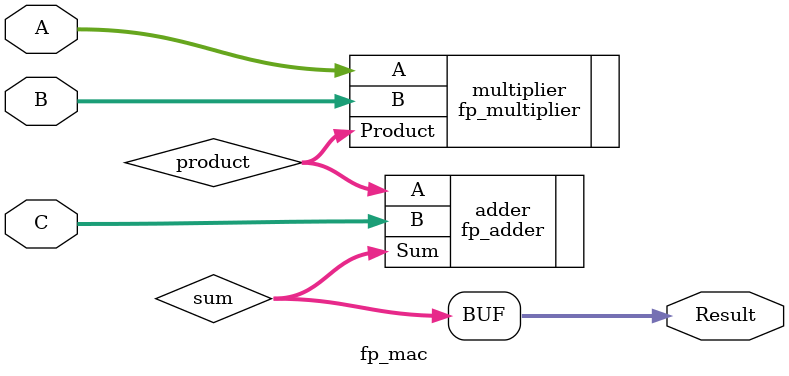
<source format=v>
`timescale 1ns / 1ps


module fp_mac(
    input [15:0] A,   // First 16-bit floating-point input
    input [15:0] B,   // Second 16-bit floating-point input
    input [15:0] C,   // Accumulator input
    output [15:0] Result  // Final MAC result
);

// Intermediate wires for multiplication and addition
wire [15:0] product;
wire [15:0] sum;

// Instantiate the multiplier
fp_multiplier multiplier (
    .A(A),
    .B(B),
    .Product(product)
);

// Instantiate the adder (adds product to accumulator C)
fp_adder adder (
    .A(product),
    .B(C),
    .Sum(sum)
);

// Final output is the sum
assign Result = sum;

endmodule


</source>
